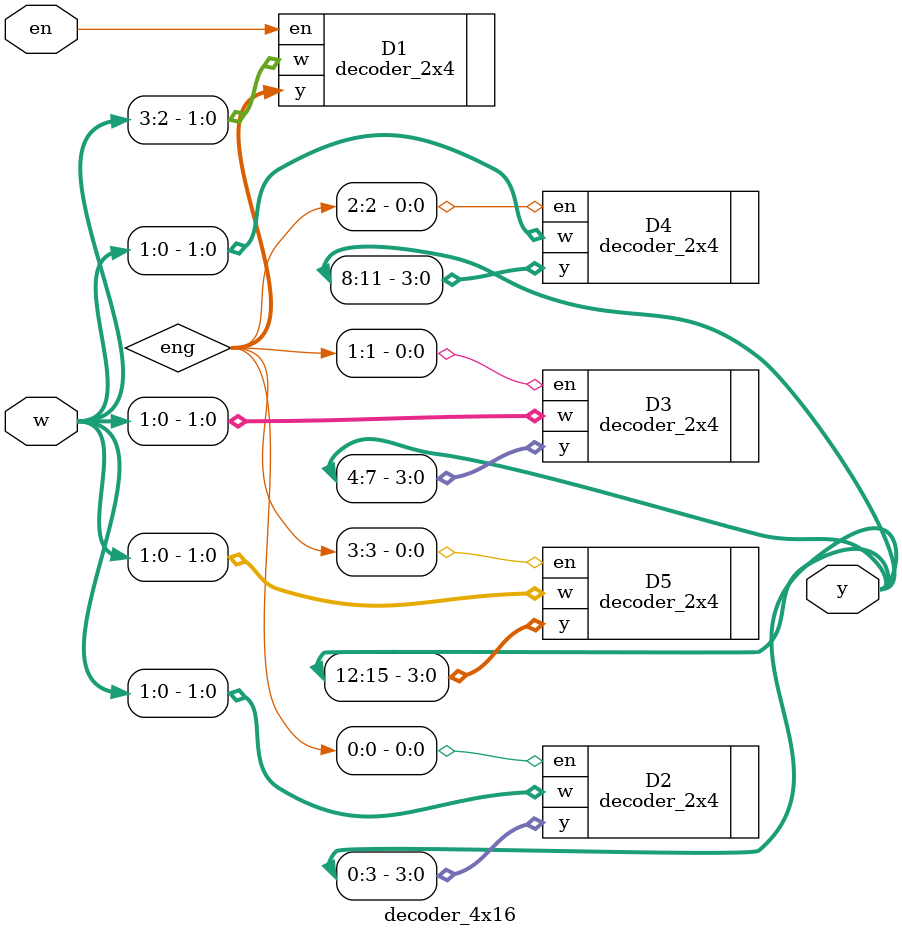
<source format=v>
`timescale 1ns / 1ps


module decoder_4x16(
    input [3:0] w,
    input en,
    output [0:15] y
    );
    wire [0:3] eng;
    
    decoder_2x4 D1(
        .en(en),
        .w(w[3:2]),
        .y(eng[0:3])
    );
    
    decoder_2x4 D2(
        .en(eng[0]),
        .w(w[1:0]),
        .y(y[0:3])
    );
    
    decoder_2x4 D3(
        .en(eng[1]),
        .w(w[1:0]),
        .y(y[4:7])
    );
    
    decoder_2x4 D4(
        .en(eng[2]),
        .w(w[1:0]),
        .y(y[8:11])
    );
    
    decoder_2x4 D5(
        .en(eng[3]),
        .w(w[1:0]),
        .y(y[12:15])
    );
    
    
endmodule

</source>
